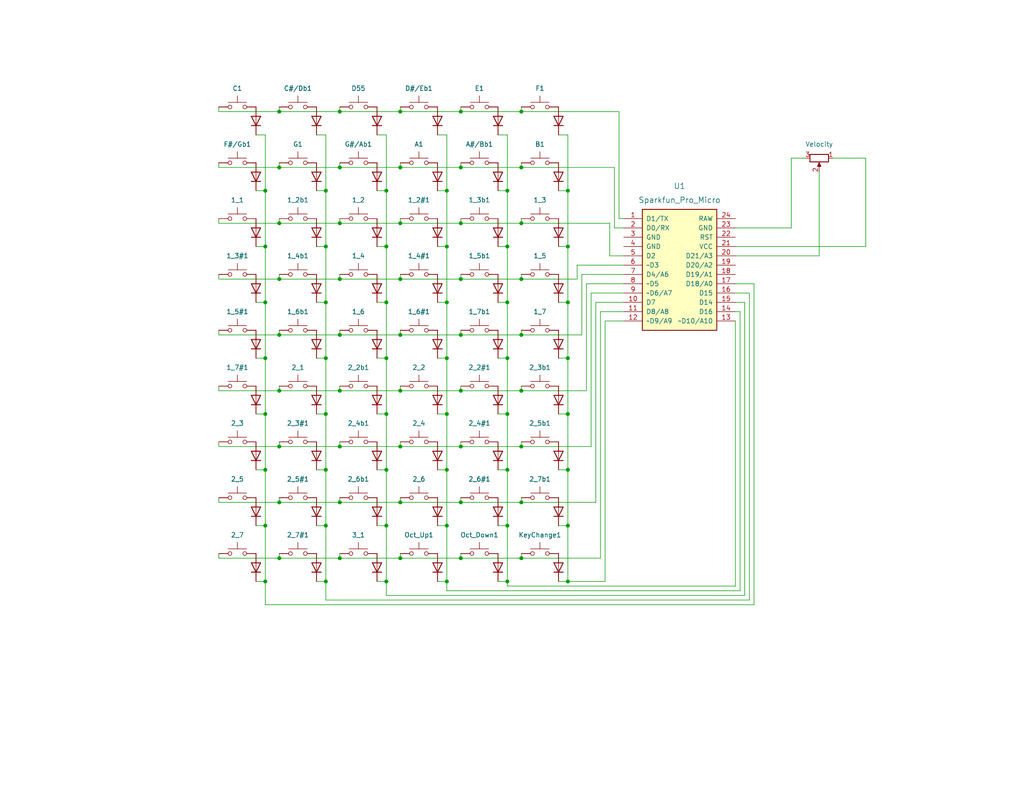
<source format=kicad_sch>
(kicad_sch (version 20211123) (generator eeschema)
  (paper "USLetter")
  (title_block (title "MIDI_Keyboard"))
  (lib_symbols
    (symbol "Arduino:Sparkfun_Pro_Micro" (pin_names (offset 1.016))
      (property "Reference" "U" (at -8.89 21.59 0))
      (property "Value" "Sparkfun_Pro_Micro" (at 0 19.05 0))
      (symbol "Sparkfun_Pro_Micro_0_1"
        (rectangle (start -10.16 17.78) (end 10.16 -15.24) (stroke (width 0.254)) (fill (type background)))
      )
      (symbol "Sparkfun_Pro_Micro_1_1"
        (pin bidirectional line (at -15.24 15.24 0) (length 5.08) (name "D1/TX") (number "1"))
        (pin bidirectional line (at -15.24 -7.62 0) (length 5.08) (name "D7") (number "10"))
        (pin bidirectional line (at -15.24 -10.16 0) (length 5.08) (name "D8/A8") (number "11"))
        (pin bidirectional line (at -15.24 -12.7 0) (length 5.08) (name "~D9/A9") (number "12"))
        (pin bidirectional line (at 15.24 -12.7 180) (length 5.08) (name "~D10/A10") (number "13"))
        (pin bidirectional line (at 15.24 -10.16 180) (length 5.08) (name "D16") (number "14"))
        (pin bidirectional line (at 15.24 -7.62 180) (length 5.08) (name "D14") (number "15"))
        (pin bidirectional line (at 15.24 -5.08 180) (length 5.08) (name "D15") (number "16"))
        (pin bidirectional line (at 15.24 -2.54 180) (length 5.08) (name "D18/A0") (number "17"))
        (pin bidirectional line (at 15.24 0 180) (length 5.08) (name "D19/A1") (number "18"))
        (pin bidirectional line (at 15.24 2.54 180) (length 5.08) (name "D20/A2") (number "19"))
        (pin bidirectional line (at -15.24 12.7 0) (length 5.08) (name "D0/RX") (number "2"))
        (pin bidirectional line (at 15.24 5.08 180) (length 5.08) (name "D21/A3") (number "20"))
        (pin power_in line (at 15.24 7.62 180) (length 5.08) (name "VCC") (number "21"))
        (pin input line (at 15.24 10.16 180) (length 5.08) (name "RST") (number "22"))
        (pin power_in line (at 15.24 12.7 180) (length 5.08) (name "GND") (number "23"))
        (pin power_in line (at 15.24 15.24 180) (length 5.08) (name "RAW") (number "24"))
        (pin power_in line (at -15.24 10.16 0) (length 5.08) (name "GND") (number "3"))
        (pin power_in line (at -15.24 7.62 0) (length 5.08) (name "GND") (number "4"))
        (pin bidirectional line (at -15.24 5.08 0) (length 5.08) (name "D2") (number "5"))
        (pin bidirectional line (at -15.24 2.54 0) (length 5.08) (name "~D3") (number "6"))
        (pin bidirectional line (at -15.24 0 0) (length 5.08) (name "D4/A6") (number "7"))
        (pin bidirectional line (at -15.24 -2.54 0) (length 5.08) (name "~D5") (number "8"))
        (pin bidirectional line (at -15.24 -5.08 0) (length 5.08) (name "~D6/A7") (number "9"))
      )
    )
    (symbol "Device:R_Potentiometer" (pin_names (offset 1.016) hide)
      (property "Reference" "RV" (at -4.445 0 90))
      (property "Value" "R_Potentiometer" (at -2.54 0 90))
      (symbol "R_Potentiometer_0_1"
        (polyline (pts (xy 2.54 0) (xy 1.524 0)))
        (polyline (pts (xy 1.143 0) (xy 2.286 0.508) (xy 2.286 -0.508) (xy 1.143 0)) (fill (type outline)))
        (rectangle (start 1.016 2.54) (end -1.016 -2.54) (stroke (width 0.254)))
      )
      (symbol "R_Potentiometer_1_1"
        (pin passive line (at 0 3.81 270) (length 1.27) (name "1") (number "1"))
        (pin passive line (at 3.81 0 180) (length 1.27) (name "2") (number "2"))
        (pin passive line (at 0 -3.81 90) (length 1.27) (name "3") (number "3"))
      )
    )
    (symbol "Diode:1N4148" (pin_numbers hide) (pin_names hide)
      (property "Reference" "D" (at 0 2.54 0))
      (property "Value" "1N4148" (at 0 -2.54 0))
      (symbol "1N4148_0_1"
        (polyline (pts (xy -1.27 1.27) (xy -1.27 -1.27)) (stroke (width 0.254)))
        (polyline (pts (xy 1.27 0) (xy -1.27 0)))
        (polyline (pts (xy 1.27 1.27) (xy 1.27 -1.27) (xy -1.27 0) (xy 1.27 1.27)) (stroke (width 0.254)))
      )
      (symbol "1N4148_1_1"
        (pin passive line (at -3.81 0 0) (length 2.54) (name "K") (number "1"))
        (pin passive line (at 3.81 0 180) (length 2.54) (name "A") (number "2"))
      )
    )
    (symbol "Switch:SW_Push" (pin_numbers hide) (pin_names (offset 1.016) hide)
      (property "Reference" "SW" (at 1.27 2.54 0))
      (property "Value" "SW_Push" (at 0 -1.524 0))
      (symbol "SW_Push_0_1"
        (circle (center -2.032 0) (radius 0.508))
        (polyline (pts (xy 0 1.27) (xy 0 3.048)))
        (polyline (pts (xy 2.54 1.27) (xy -2.54 1.27)))
        (circle (center 2.032 0) (radius 0.508))
        (pin passive line (at -5.08 0 0) (length 2.54) (name "1") (number "1"))
        (pin passive line (at 5.08 0 180) (length 2.54) (name "2") (number "2"))
      )
    )
  )
  (junction (at 154.94 143.51))
  (junction (at 88.9 128.27))
  (junction (at 138.43 82.55))
  (junction (at 92.71 137.16))
  (junction (at 105.41 113.03))
  (junction (at 105.41 128.27))
  (junction (at 92.71 60.96))
  (junction (at 138.43 97.79))
  (junction (at 72.39 82.55))
  (junction (at 142.24 30.48))
  (junction (at 92.71 45.72))
  (junction (at 76.2 106.68))
  (junction (at 121.92 52.07))
  (junction (at 109.22 137.16))
  (junction (at 154.94 82.55))
  (junction (at 88.9 52.07))
  (junction (at 125.73 30.48))
  (junction (at 105.41 158.75))
  (junction (at 72.39 158.75))
  (junction (at 88.9 97.79))
  (junction (at 76.2 152.4))
  (junction (at 142.24 121.92))
  (junction (at 88.9 158.75))
  (junction (at 92.71 30.48))
  (junction (at 92.71 121.92))
  (junction (at 138.43 143.51))
  (junction (at 154.94 128.27))
  (junction (at 142.24 91.44))
  (junction (at 154.94 52.07))
  (junction (at 142.24 137.16))
  (junction (at 138.43 158.75))
  (junction (at 105.41 52.07))
  (junction (at 72.39 113.03))
  (junction (at 125.73 106.68))
  (junction (at 76.2 121.92))
  (junction (at 109.22 152.4))
  (junction (at 92.71 76.2))
  (junction (at 72.39 143.51))
  (junction (at 125.73 152.4))
  (junction (at 109.22 121.92))
  (junction (at 105.41 67.31))
  (junction (at 72.39 97.79))
  (junction (at 138.43 52.07))
  (junction (at 154.94 158.75))
  (junction (at 72.39 128.27))
  (junction (at 76.2 45.72))
  (junction (at 88.9 82.55))
  (junction (at 76.2 137.16))
  (junction (at 138.43 128.27))
  (junction (at 76.2 30.48))
  (junction (at 154.94 97.79))
  (junction (at 125.73 91.44))
  (junction (at 76.2 60.96))
  (junction (at 121.92 128.27))
  (junction (at 142.24 76.2))
  (junction (at 142.24 45.72))
  (junction (at 138.43 113.03))
  (junction (at 88.9 67.31))
  (junction (at 121.92 113.03))
  (junction (at 121.92 158.75))
  (junction (at 121.92 143.51))
  (junction (at 88.9 143.51))
  (junction (at 105.41 82.55))
  (junction (at 138.43 67.31))
  (junction (at 76.2 76.2))
  (junction (at 121.92 97.79))
  (junction (at 125.73 45.72))
  (junction (at 109.22 45.72))
  (junction (at 72.39 67.31))
  (junction (at 125.73 76.2))
  (junction (at 109.22 91.44))
  (junction (at 125.73 60.96))
  (junction (at 125.73 137.16))
  (junction (at 92.71 152.4))
  (junction (at 154.94 113.03))
  (junction (at 76.2 91.44))
  (junction (at 109.22 30.48))
  (junction (at 125.73 121.92))
  (junction (at 121.92 82.55))
  (junction (at 109.22 76.2))
  (junction (at 142.24 106.68))
  (junction (at 142.24 152.4))
  (junction (at 109.22 60.96))
  (junction (at 142.24 60.96))
  (junction (at 72.39 52.07))
  (junction (at 105.41 143.51))
  (junction (at 154.94 67.31))
  (junction (at 88.9 113.03))
  (junction (at 109.22 106.68))
  (junction (at 92.71 106.68))
  (junction (at 92.71 91.44))
  (junction (at 121.92 67.31))
  (junction (at 105.41 97.79))
  (wire (pts (xy 138.43 67.31) (xy 138.43 52.07)))
  (wire (pts (xy 121.92 128.27) (xy 121.92 113.03)))
  (wire (pts (xy 69.85 143.51) (xy 72.39 143.51)))
  (wire (pts (xy 76.2 60.96) (xy 76.2 59.69)))
  (wire (pts (xy 157.48 72.39) (xy 157.48 76.2)))
  (wire (pts (xy 88.9 163.83) (xy 88.9 158.75)))
  (wire (pts (xy 105.41 162.56) (xy 105.41 158.75)))
  (wire (pts (xy 88.9 67.31) (xy 88.9 52.07)))
  (wire (pts (xy 76.2 106.68) (xy 76.2 105.41)))
  (wire (pts (xy 88.9 158.75) (xy 88.9 143.51)))
  (wire (pts (xy 154.94 97.79) (xy 154.94 82.55)))
  (wire (pts (xy 59.69 60.96) (xy 76.2 60.96)))
  (wire (pts (xy 163.83 85.09) (xy 163.83 152.4)))
  (wire (pts (xy 109.22 152.4) (xy 125.73 152.4)))
  (wire (pts (xy 125.73 60.96) (xy 109.22 60.96)))
  (wire (pts (xy 86.36 158.75) (xy 88.9 158.75)))
  (wire (pts (xy 121.92 67.31) (xy 121.92 52.07)))
  (wire (pts (xy 88.9 36.83) (xy 88.9 52.07)))
  (wire (pts (xy 105.41 82.55) (xy 105.41 67.31)))
  (wire (pts (xy 121.92 36.83) (xy 119.38 36.83)))
  (wire (pts (xy 109.22 59.69) (xy 109.22 60.96)))
  (wire (pts (xy 201.93 85.09) (xy 201.93 161.29)))
  (wire (pts (xy 142.24 91.44) (xy 158.75 91.44)))
  (wire (pts (xy 119.38 128.27) (xy 121.92 128.27)))
  (wire (pts (xy 102.87 143.51) (xy 105.41 143.51)))
  (wire (pts (xy 72.39 52.07) (xy 72.39 67.31)))
  (wire (pts (xy 125.73 106.68) (xy 142.24 106.68)))
  (wire (pts (xy 125.73 137.16) (xy 109.22 137.16)))
  (wire (pts (xy 154.94 67.31) (xy 154.94 52.07)))
  (wire (pts (xy 138.43 113.03) (xy 138.43 97.79)))
  (wire (pts (xy 152.4 143.51) (xy 154.94 143.51)))
  (wire (pts (xy 154.94 52.07) (xy 154.94 36.83)))
  (wire (pts (xy 105.41 36.83) (xy 105.41 52.07)))
  (wire (pts (xy 92.71 59.69) (xy 92.71 60.96)))
  (wire (pts (xy 86.36 36.83) (xy 88.9 36.83)))
  (wire (pts (xy 76.2 91.44) (xy 76.2 90.17)))
  (wire (pts (xy 69.85 82.55) (xy 72.39 82.55)))
  (wire (pts (xy 102.87 113.03) (xy 105.41 113.03)))
  (wire (pts (xy 92.71 91.44) (xy 76.2 91.44)))
  (wire (pts (xy 223.52 46.99) (xy 223.52 69.85)))
  (wire (pts (xy 158.75 74.93) (xy 158.75 91.44)))
  (wire (pts (xy 105.41 143.51) (xy 105.41 128.27)))
  (wire (pts (xy 135.89 97.79) (xy 138.43 97.79)))
  (wire (pts (xy 59.69 29.21) (xy 59.69 30.48)))
  (wire (pts (xy 125.73 59.69) (xy 125.73 60.96)))
  (wire (pts (xy 215.9 62.23) (xy 200.66 62.23)))
  (wire (pts (xy 121.92 113.03) (xy 121.92 97.79)))
  (wire (pts (xy 102.87 36.83) (xy 105.41 36.83)))
  (wire (pts (xy 109.22 135.89) (xy 109.22 137.16)))
  (wire (pts (xy 92.71 29.21) (xy 92.71 30.48)))
  (wire (pts (xy 59.69 105.41) (xy 59.69 106.68)))
  (wire (pts (xy 138.43 143.51) (xy 138.43 128.27)))
  (wire (pts (xy 152.4 36.83) (xy 154.94 36.83)))
  (wire (pts (xy 86.36 143.51) (xy 88.9 143.51)))
  (wire (pts (xy 76.2 137.16) (xy 76.2 135.89)))
  (wire (pts (xy 72.39 36.83) (xy 72.39 52.07)))
  (wire (pts (xy 161.29 80.01) (xy 161.29 121.92)))
  (wire (pts (xy 92.71 45.72) (xy 76.2 45.72)))
  (wire (pts (xy 88.9 113.03) (xy 88.9 97.79)))
  (wire (pts (xy 170.18 72.39) (xy 157.48 72.39)))
  (wire (pts (xy 165.1 158.75) (xy 154.94 158.75)))
  (wire (pts (xy 76.2 121.92) (xy 76.2 120.65)))
  (wire (pts (xy 200.66 67.31) (xy 236.22 67.31)))
  (wire (pts (xy 215.9 43.18) (xy 215.9 62.23)))
  (wire (pts (xy 92.71 135.89) (xy 92.71 137.16)))
  (wire (pts (xy 168.91 59.69) (xy 168.91 30.48)))
  (wire (pts (xy 59.69 135.89) (xy 59.69 137.16)))
  (wire (pts (xy 59.69 45.72) (xy 76.2 45.72)))
  (wire (pts (xy 69.85 36.83) (xy 72.39 36.83)))
  (wire (pts (xy 88.9 82.55) (xy 88.9 67.31)))
  (wire (pts (xy 72.39 67.31) (xy 72.39 82.55)))
  (wire (pts (xy 86.36 113.03) (xy 88.9 113.03)))
  (wire (pts (xy 109.22 120.65) (xy 109.22 121.92)))
  (wire (pts (xy 86.36 128.27) (xy 88.9 128.27)))
  (wire (pts (xy 92.71 121.92) (xy 76.2 121.92)))
  (wire (pts (xy 125.73 76.2) (xy 109.22 76.2)))
  (wire (pts (xy 168.91 30.48) (xy 142.24 30.48)))
  (wire (pts (xy 86.36 67.31) (xy 88.9 67.31)))
  (wire (pts (xy 109.22 105.41) (xy 109.22 106.68)))
  (wire (pts (xy 125.73 121.92) (xy 109.22 121.92)))
  (wire (pts (xy 204.47 80.01) (xy 204.47 163.83)))
  (wire (pts (xy 125.73 137.16) (xy 142.24 137.16)))
  (wire (pts (xy 59.69 76.2) (xy 76.2 76.2)))
  (wire (pts (xy 166.37 69.85) (xy 166.37 60.96)))
  (wire (pts (xy 92.71 74.93) (xy 92.71 76.2)))
  (wire (pts (xy 105.41 158.75) (xy 105.41 143.51)))
  (wire (pts (xy 86.36 97.79) (xy 88.9 97.79)))
  (wire (pts (xy 203.2 82.55) (xy 203.2 162.56)))
  (wire (pts (xy 88.9 128.27) (xy 88.9 113.03)))
  (wire (pts (xy 152.4 67.31) (xy 154.94 67.31)))
  (wire (pts (xy 142.24 151.13) (xy 142.24 152.4)))
  (wire (pts (xy 88.9 97.79) (xy 88.9 82.55)))
  (wire (pts (xy 142.24 45.72) (xy 167.64 45.72)))
  (wire (pts (xy 135.89 128.27) (xy 138.43 128.27)))
  (wire (pts (xy 201.93 161.29) (xy 121.92 161.29)))
  (wire (pts (xy 102.87 67.31) (xy 105.41 67.31)))
  (wire (pts (xy 109.22 106.68) (xy 92.71 106.68)))
  (wire (pts (xy 142.24 76.2) (xy 157.48 76.2)))
  (wire (pts (xy 219.71 43.18) (xy 215.9 43.18)))
  (wire (pts (xy 165.1 87.63) (xy 165.1 158.75)))
  (wire (pts (xy 109.22 137.16) (xy 92.71 137.16)))
  (wire (pts (xy 92.71 106.68) (xy 76.2 106.68)))
  (wire (pts (xy 72.39 158.75) (xy 72.39 165.1)))
  (wire (pts (xy 200.66 80.01) (xy 204.47 80.01)))
  (wire (pts (xy 125.73 91.44) (xy 142.24 91.44)))
  (wire (pts (xy 154.94 158.75) (xy 154.94 143.51)))
  (wire (pts (xy 92.71 90.17) (xy 92.71 91.44)))
  (wire (pts (xy 223.52 69.85) (xy 200.66 69.85)))
  (wire (pts (xy 160.02 77.47) (xy 160.02 106.68)))
  (wire (pts (xy 119.38 158.75) (xy 121.92 158.75)))
  (wire (pts (xy 69.85 97.79) (xy 72.39 97.79)))
  (wire (pts (xy 125.73 74.93) (xy 125.73 76.2)))
  (wire (pts (xy 154.94 128.27) (xy 154.94 113.03)))
  (wire (pts (xy 59.69 120.65) (xy 59.69 121.92)))
  (wire (pts (xy 109.22 151.13) (xy 109.22 152.4)))
  (wire (pts (xy 142.24 105.41) (xy 142.24 106.68)))
  (wire (pts (xy 121.92 143.51) (xy 121.92 128.27)))
  (wire (pts (xy 59.69 121.92) (xy 76.2 121.92)))
  (wire (pts (xy 142.24 120.65) (xy 142.24 121.92)))
  (wire (pts (xy 76.2 76.2) (xy 76.2 74.93)))
  (wire (pts (xy 105.41 97.79) (xy 105.41 82.55)))
  (wire (pts (xy 119.38 52.07) (xy 121.92 52.07)))
  (wire (pts (xy 125.73 45.72) (xy 142.24 45.72)))
  (wire (pts (xy 170.18 82.55) (xy 162.56 82.55)))
  (wire (pts (xy 125.73 106.68) (xy 109.22 106.68)))
  (wire (pts (xy 69.85 67.31) (xy 72.39 67.31)))
  (wire (pts (xy 142.24 74.93) (xy 142.24 76.2)))
  (wire (pts (xy 200.66 85.09) (xy 201.93 85.09)))
  (wire (pts (xy 152.4 113.03) (xy 154.94 113.03)))
  (wire (pts (xy 205.74 165.1) (xy 72.39 165.1)))
  (wire (pts (xy 125.73 152.4) (xy 142.24 152.4)))
  (wire (pts (xy 142.24 121.92) (xy 161.29 121.92)))
  (wire (pts (xy 109.22 121.92) (xy 92.71 121.92)))
  (wire (pts (xy 59.69 91.44) (xy 76.2 91.44)))
  (wire (pts (xy 170.18 62.23) (xy 167.64 62.23)))
  (wire (pts (xy 109.22 45.72) (xy 92.71 45.72)))
  (wire (pts (xy 135.89 52.07) (xy 138.43 52.07)))
  (wire (pts (xy 200.66 77.47) (xy 205.74 77.47)))
  (wire (pts (xy 69.85 113.03) (xy 72.39 113.03)))
  (wire (pts (xy 105.41 67.31) (xy 105.41 52.07)))
  (wire (pts (xy 109.22 152.4) (xy 92.71 152.4)))
  (wire (pts (xy 135.89 158.75) (xy 138.43 158.75)))
  (wire (pts (xy 59.69 106.68) (xy 76.2 106.68)))
  (wire (pts (xy 152.4 97.79) (xy 154.94 97.79)))
  (wire (pts (xy 92.71 30.48) (xy 76.2 30.48)))
  (wire (pts (xy 102.87 97.79) (xy 105.41 97.79)))
  (wire (pts (xy 152.4 82.55) (xy 154.94 82.55)))
  (wire (pts (xy 154.94 82.55) (xy 154.94 67.31)))
  (wire (pts (xy 236.22 67.31) (xy 236.22 43.18)))
  (wire (pts (xy 109.22 90.17) (xy 109.22 91.44)))
  (wire (pts (xy 59.69 59.69) (xy 59.69 60.96)))
  (wire (pts (xy 200.66 82.55) (xy 203.2 82.55)))
  (wire (pts (xy 92.71 137.16) (xy 76.2 137.16)))
  (wire (pts (xy 152.4 128.27) (xy 154.94 128.27)))
  (wire (pts (xy 105.41 113.03) (xy 105.41 97.79)))
  (wire (pts (xy 69.85 52.07) (xy 72.39 52.07)))
  (wire (pts (xy 170.18 77.47) (xy 160.02 77.47)))
  (wire (pts (xy 86.36 82.55) (xy 88.9 82.55)))
  (wire (pts (xy 152.4 52.07) (xy 154.94 52.07)))
  (wire (pts (xy 102.87 82.55) (xy 105.41 82.55)))
  (wire (pts (xy 59.69 151.13) (xy 59.69 152.4)))
  (wire (pts (xy 59.69 44.45) (xy 59.69 45.72)))
  (wire (pts (xy 102.87 52.07) (xy 105.41 52.07)))
  (wire (pts (xy 135.89 67.31) (xy 138.43 67.31)))
  (wire (pts (xy 92.71 60.96) (xy 76.2 60.96)))
  (wire (pts (xy 109.22 76.2) (xy 92.71 76.2)))
  (wire (pts (xy 121.92 158.75) (xy 121.92 143.51)))
  (wire (pts (xy 125.73 29.21) (xy 125.73 30.48)))
  (wire (pts (xy 125.73 90.17) (xy 125.73 91.44)))
  (wire (pts (xy 125.73 121.92) (xy 142.24 121.92)))
  (wire (pts (xy 92.71 105.41) (xy 92.71 106.68)))
  (wire (pts (xy 138.43 128.27) (xy 138.43 113.03)))
  (wire (pts (xy 135.89 113.03) (xy 138.43 113.03)))
  (wire (pts (xy 125.73 30.48) (xy 109.22 30.48)))
  (wire (pts (xy 119.38 67.31) (xy 121.92 67.31)))
  (wire (pts (xy 154.94 113.03) (xy 154.94 97.79)))
  (wire (pts (xy 109.22 91.44) (xy 125.73 91.44)))
  (wire (pts (xy 142.24 59.69) (xy 142.24 60.96)))
  (wire (pts (xy 109.22 44.45) (xy 109.22 45.72)))
  (wire (pts (xy 200.66 160.02) (xy 138.43 160.02)))
  (wire (pts (xy 121.92 52.07) (xy 121.92 36.83)))
  (wire (pts (xy 121.92 161.29) (xy 121.92 158.75)))
  (wire (pts (xy 125.73 44.45) (xy 125.73 45.72)))
  (wire (pts (xy 227.33 43.18) (xy 236.22 43.18)))
  (wire (pts (xy 72.39 97.79) (xy 72.39 82.55)))
  (wire (pts (xy 142.24 29.21) (xy 142.24 30.48)))
  (wire (pts (xy 162.56 137.16) (xy 142.24 137.16)))
  (wire (pts (xy 152.4 158.75) (xy 154.94 158.75)))
  (wire (pts (xy 125.73 135.89) (xy 125.73 137.16)))
  (wire (pts (xy 109.22 60.96) (xy 92.71 60.96)))
  (wire (pts (xy 88.9 52.07) (xy 86.36 52.07)))
  (wire (pts (xy 125.73 60.96) (xy 142.24 60.96)))
  (wire (pts (xy 125.73 151.13) (xy 125.73 152.4)))
  (wire (pts (xy 59.69 137.16) (xy 76.2 137.16)))
  (wire (pts (xy 76.2 45.72) (xy 76.2 44.45)))
  (wire (pts (xy 121.92 97.79) (xy 121.92 82.55)))
  (wire (pts (xy 88.9 143.51) (xy 88.9 128.27)))
  (wire (pts (xy 167.64 62.23) (xy 167.64 45.72)))
  (wire (pts (xy 125.73 76.2) (xy 142.24 76.2)))
  (wire (pts (xy 92.71 152.4) (xy 76.2 152.4)))
  (wire (pts (xy 170.18 85.09) (xy 163.83 85.09)))
  (wire (pts (xy 76.2 30.48) (xy 76.2 29.21)))
  (wire (pts (xy 142.24 44.45) (xy 142.24 45.72)))
  (wire (pts (xy 69.85 128.27) (xy 72.39 128.27)))
  (wire (pts (xy 170.18 87.63) (xy 165.1 87.63)))
  (wire (pts (xy 162.56 82.55) (xy 162.56 137.16)))
  (wire (pts (xy 109.22 30.48) (xy 92.71 30.48)))
  (wire (pts (xy 109.22 29.21) (xy 109.22 30.48)))
  (wire (pts (xy 72.39 143.51) (xy 72.39 128.27)))
  (wire (pts (xy 135.89 143.51) (xy 138.43 143.51)))
  (wire (pts (xy 125.73 45.72) (xy 109.22 45.72)))
  (wire (pts (xy 92.71 151.13) (xy 92.71 152.4)))
  (wire (pts (xy 170.18 69.85) (xy 166.37 69.85)))
  (wire (pts (xy 138.43 97.79) (xy 138.43 82.55)))
  (wire (pts (xy 154.94 143.51) (xy 154.94 128.27)))
  (wire (pts (xy 69.85 158.75) (xy 72.39 158.75)))
  (wire (pts (xy 59.69 152.4) (xy 76.2 152.4)))
  (wire (pts (xy 142.24 60.96) (xy 166.37 60.96)))
  (wire (pts (xy 200.66 87.63) (xy 200.66 160.02)))
  (wire (pts (xy 142.24 106.68) (xy 160.02 106.68)))
  (wire (pts (xy 109.22 74.93) (xy 109.22 76.2)))
  (wire (pts (xy 138.43 158.75) (xy 138.43 143.51)))
  (wire (pts (xy 142.24 152.4) (xy 163.83 152.4)))
  (wire (pts (xy 102.87 158.75) (xy 105.41 158.75)))
  (wire (pts (xy 142.24 90.17) (xy 142.24 91.44)))
  (wire (pts (xy 72.39 113.03) (xy 72.39 97.79)))
  (wire (pts (xy 138.43 82.55) (xy 138.43 67.31)))
  (wire (pts (xy 119.38 97.79) (xy 121.92 97.79)))
  (wire (pts (xy 102.87 128.27) (xy 105.41 128.27)))
  (wire (pts (xy 92.71 120.65) (xy 92.71 121.92)))
  (wire (pts (xy 92.71 91.44) (xy 109.22 91.44)))
  (wire (pts (xy 204.47 163.83) (xy 88.9 163.83)))
  (wire (pts (xy 119.38 143.51) (xy 121.92 143.51)))
  (wire (pts (xy 135.89 82.55) (xy 138.43 82.55)))
  (wire (pts (xy 203.2 162.56) (xy 105.41 162.56)))
  (wire (pts (xy 105.41 128.27) (xy 105.41 113.03)))
  (wire (pts (xy 205.74 77.47) (xy 205.74 165.1)))
  (wire (pts (xy 76.2 152.4) (xy 76.2 151.13)))
  (wire (pts (xy 72.39 128.27) (xy 72.39 113.03)))
  (wire (pts (xy 170.18 80.01) (xy 161.29 80.01)))
  (wire (pts (xy 125.73 30.48) (xy 142.24 30.48)))
  (wire (pts (xy 59.69 90.17) (xy 59.69 91.44)))
  (wire (pts (xy 170.18 59.69) (xy 168.91 59.69)))
  (wire (pts (xy 72.39 158.75) (xy 72.39 143.51)))
  (wire (pts (xy 138.43 52.07) (xy 138.43 36.83)))
  (wire (pts (xy 121.92 82.55) (xy 121.92 67.31)))
  (wire (pts (xy 170.18 74.93) (xy 158.75 74.93)))
  (wire (pts (xy 59.69 74.93) (xy 59.69 76.2)))
  (wire (pts (xy 119.38 82.55) (xy 121.92 82.55)))
  (wire (pts (xy 92.71 76.2) (xy 76.2 76.2)))
  (wire (pts (xy 125.73 105.41) (xy 125.73 106.68)))
  (wire (pts (xy 142.24 135.89) (xy 142.24 137.16)))
  (wire (pts (xy 138.43 36.83) (xy 135.89 36.83)))
  (wire (pts (xy 119.38 113.03) (xy 121.92 113.03)))
  (wire (pts (xy 125.73 120.65) (xy 125.73 121.92)))
  (wire (pts (xy 59.69 30.48) (xy 76.2 30.48)))
  (wire (pts (xy 92.71 44.45) (xy 92.71 45.72)))
  (wire (pts (xy 138.43 160.02) (xy 138.43 158.75)))
  (symbol (lib_id "Arduino:Sparkfun_Pro_Micro") (at 185.42 74.93 0) (unit 1)
    (property "Reference" "U1" (at 185.42 50.8 0) (effects (font (size 1.524 1.524))))
    (property "Value" "Sparkfun_Pro_Micro" (at 185.42 54.61 0) (effects (font (size 1.524 1.524))))
    (property "Footprint" "Arduino:Sparkfun_Pro_Micro" (effects hide))
  )
  (symbol (lib_id "Diode:1N4148") (at 86.36 109.22 90) (unit 1)
    (property "Reference" "D15" (effects hide))
    (property "Value" "1N4148" (effects hide))
    (property "Footprint" "Diode_THT:D_DO-35_SOD27_P7.62mm_Horizontal" (effects hide))
    (property "Datasheet" "https://assets.nexperia.com/documents/data-sheet/1N4148_1N4448.pdf" (effects hide))
  )
  (symbol (lib_id "Switch:SW_Push") (at 147.32 105.41 0) (unit 1)
    (property "Reference" "2_3b1" (at 147.32 100.33 0))
    (property "Value" "SW_Push" (effects hide))
    (property "Footprint" "Button_Switch_Keyboard:SW_Cherry_MX_1.00u_Plate" (effects hide))
  )
  (symbol (lib_id "Switch:SW_Push") (at 81.28 29.21 0) (unit 1)
    (property "Reference" "C#/Db1" (at 81.28 24.13 0))
    (property "Value" "SW_Push" (effects hide))
    (property "Footprint" "Button_Switch_Keyboard:SW_Cherry_MX_1.00u_Plate" (effects hide))
  )
  (symbol (lib_id "Diode:1N4148") (at 152.4 109.22 90) (unit 1)
    (property "Reference" "D51" (effects hide))
    (property "Value" "1N4148" (effects hide))
    (property "Footprint" "Diode_THT:D_DO-35_SOD27_P7.62mm_Horizontal" (effects hide))
    (property "Datasheet" "https://assets.nexperia.com/documents/data-sheet/1N4148_1N4448.pdf" (effects hide))
  )
  (symbol (lib_id "Switch:SW_Push") (at 147.32 90.17 0) (unit 1)
    (property "Reference" "1_7" (at 147.32 85.09 0))
    (property "Value" "SW_Push" (effects hide))
    (property "Footprint" "Button_Switch_Keyboard:SW_Cherry_MX_1.00u_Plate" (effects hide))
  )
  (symbol (lib_id "Diode:1N4148") (at 135.89 48.26 90) (unit 1)
    (property "Reference" "D38" (effects hide))
    (property "Value" "1N4148" (effects hide))
    (property "Footprint" "Diode_THT:D_DO-35_SOD27_P7.62mm_Horizontal" (effects hide))
    (property "Datasheet" "https://assets.nexperia.com/documents/data-sheet/1N4148_1N4448.pdf" (effects hide))
  )
  (symbol (lib_id "Switch:SW_Push") (at 147.32 151.13 0) (unit 1)
    (property "Reference" "KeyChange1" (at 147.32 146.05 0))
    (property "Value" "SW_Push" (effects hide))
    (property "Footprint" "Button_Switch_Keyboard:SW_Cherry_MX_1.00u_Plate" (effects hide))
  )
  (symbol (lib_id "Diode:1N4148") (at 152.4 139.7 90) (unit 1)
    (property "Reference" "D53" (effects hide))
    (property "Value" "1N4148" (effects hide))
    (property "Footprint" "Diode_THT:D_DO-35_SOD27_P7.62mm_Horizontal" (effects hide))
    (property "Datasheet" "https://assets.nexperia.com/documents/data-sheet/1N4148_1N4448.pdf" (effects hide))
  )
  (symbol (lib_id "Switch:SW_Push") (at 81.28 105.41 0) (unit 1)
    (property "Reference" "2_1" (at 81.28 100.33 0))
    (property "Value" "SW_Push" (effects hide))
    (property "Footprint" "Button_Switch_Keyboard:SW_Cherry_MX_1.00u_Plate" (effects hide))
  )
  (symbol (lib_id "Switch:SW_Push") (at 64.77 120.65 0) (unit 1)
    (property "Reference" "2_3" (at 64.77 115.57 0))
    (property "Value" "SW_Push" (effects hide))
    (property "Footprint" "Button_Switch_Keyboard:SW_Cherry_MX_1.00u_Plate" (effects hide))
  )
  (symbol (lib_id "Diode:1N4148") (at 135.89 124.46 90) (unit 1)
    (property "Reference" "D43" (effects hide))
    (property "Value" "1N4148" (effects hide))
    (property "Footprint" "Diode_THT:D_DO-35_SOD27_P7.62mm_Horizontal" (effects hide))
    (property "Datasheet" "https://assets.nexperia.com/documents/data-sheet/1N4148_1N4448.pdf" (effects hide))
  )
  (symbol (lib_id "Switch:SW_Push") (at 97.79 74.93 0) (unit 1)
    (property "Reference" "1_4" (at 97.79 69.85 0))
    (property "Value" "SW_Push" (effects hide))
    (property "Footprint" "Button_Switch_Keyboard:SW_Cherry_MX_1.00u_Plate" (effects hide))
  )
  (symbol (lib_id "Switch:SW_Push") (at 97.79 135.89 0) (unit 1)
    (property "Reference" "2_6b1" (at 97.79 130.81 0))
    (property "Value" "SW_Push" (effects hide))
    (property "Footprint" "Button_Switch_Keyboard:SW_Cherry_MX_1.00u_Plate" (effects hide))
  )
  (symbol (lib_id "Switch:SW_Push") (at 64.77 135.89 0) (unit 1)
    (property "Reference" "2_5" (at 64.77 130.81 0))
    (property "Value" "SW_Push" (effects hide))
    (property "Footprint" "Button_Switch_Keyboard:SW_Cherry_MX_1.00u_Plate" (effects hide))
  )
  (symbol (lib_id "Diode:1N4148") (at 102.87 93.98 90) (unit 1)
    (property "Reference" "D23" (effects hide))
    (property "Value" "1N4148" (effects hide))
    (property "Footprint" "Diode_THT:D_DO-35_SOD27_P7.62mm_Horizontal" (effects hide))
    (property "Datasheet" "https://assets.nexperia.com/documents/data-sheet/1N4148_1N4448.pdf" (effects hide))
  )
  (symbol (lib_id "Switch:SW_Push") (at 147.32 59.69 0) (unit 1)
    (property "Reference" "1_3" (at 147.32 54.61 0))
    (property "Value" "SW_Push" (effects hide))
    (property "Footprint" "Button_Switch_Keyboard:SW_Cherry_MX_1.00u_Plate" (effects hide))
  )
  (symbol (lib_id "Switch:SW_Push") (at 64.77 151.13 0) (unit 1)
    (property "Reference" "2_7" (at 64.77 146.05 0))
    (property "Value" "SW_Push" (effects hide))
    (property "Footprint" "Button_Switch_Keyboard:SW_Cherry_MX_1.00u_Plate" (effects hide))
  )
  (symbol (lib_id "Switch:SW_Push") (at 64.77 29.21 0) (unit 1)
    (property "Reference" "C1" (at 64.77 24.13 0))
    (property "Value" "SW_Push" (effects hide))
    (property "Footprint" "Button_Switch_Keyboard:SW_Cherry_MX_1.00u_Plate" (effects hide))
  )
  (symbol (lib_id "Diode:1N4148") (at 152.4 124.46 90) (unit 1)
    (property "Reference" "D52" (effects hide))
    (property "Value" "1N4148" (effects hide))
    (property "Footprint" "Diode_THT:D_DO-35_SOD27_P7.62mm_Horizontal" (effects hide))
    (property "Datasheet" "https://assets.nexperia.com/documents/data-sheet/1N4148_1N4448.pdf" (effects hide))
  )
  (symbol (lib_id "Diode:1N4148") (at 69.85 63.5 90) (unit 1)
    (property "Reference" "D3" (effects hide))
    (property "Value" "1N4148" (effects hide))
    (property "Footprint" "Diode_THT:D_DO-35_SOD27_P7.62mm_Horizontal" (effects hide))
    (property "Datasheet" "https://assets.nexperia.com/documents/data-sheet/1N4148_1N4448.pdf" (effects hide))
  )
  (symbol (lib_id "Device:R_Potentiometer") (at 223.52 43.18 270) (unit 1) (on_board no)
    (property "Reference" "RV1" (effects hide))
    (property "Value" "Velocity" (at 223.52 39.37 90))
  )
  (symbol (lib_id "Switch:SW_Push") (at 97.79 29.21 0) (unit 1)
    (property "Reference" "D55" (at 97.79 24.13 0))
    (property "Value" "SW_Push" (effects hide))
    (property "Footprint" "Button_Switch_Keyboard:SW_Cherry_MX_1.00u_Plate" (effects hide))
  )
  (symbol (lib_id "Switch:SW_Push") (at 114.3 151.13 0) (unit 1)
    (property "Reference" "Oct_Up1" (at 114.3 146.05 0))
    (property "Value" "SW_Push" (effects hide))
    (property "Footprint" "Button_Switch_Keyboard:SW_Cherry_MX_1.00u_Plate" (effects hide))
  )
  (symbol (lib_id "Switch:SW_Push") (at 97.79 59.69 0) (unit 1)
    (property "Reference" "1_2" (at 97.79 54.61 0))
    (property "Value" "SW_Push" (effects hide))
    (property "Footprint" "Button_Switch_Keyboard:SW_Cherry_MX_1.00u_Plate" (effects hide))
  )
  (symbol (lib_id "Diode:1N4148") (at 135.89 33.02 90) (unit 1)
    (property "Reference" "D37" (effects hide))
    (property "Value" "1N4148" (effects hide))
    (property "Footprint" "Diode_THT:D_DO-35_SOD27_P7.62mm_Horizontal" (effects hide))
    (property "Datasheet" "https://assets.nexperia.com/documents/data-sheet/1N4148_1N4448.pdf" (effects hide))
  )
  (symbol (lib_id "Diode:1N4148") (at 69.85 48.26 90) (unit 1)
    (property "Reference" "D2" (effects hide))
    (property "Value" "1N4148" (effects hide))
    (property "Footprint" "Diode_THT:D_DO-35_SOD27_P7.62mm_Horizontal" (effects hide))
    (property "Datasheet" "https://assets.nexperia.com/documents/data-sheet/1N4148_1N4448.pdf" (effects hide))
  )
  (symbol (lib_id "Switch:SW_Push") (at 114.3 44.45 0) (unit 1)
    (property "Reference" "A1" (at 114.3 39.37 0))
    (property "Value" "SW_Push" (effects hide))
    (property "Footprint" "Button_Switch_Keyboard:SW_Cherry_MX_1.00u_Plate" (effects hide))
  )
  (symbol (lib_id "Switch:SW_Push") (at 130.81 74.93 0) (unit 1)
    (property "Reference" "1_5b1" (at 130.81 69.85 0))
    (property "Value" "SW_Push" (effects hide))
    (property "Footprint" "Button_Switch_Keyboard:SW_Cherry_MX_1.00u_Plate" (effects hide))
  )
  (symbol (lib_id "Diode:1N4148") (at 69.85 109.22 90) (unit 1)
    (property "Reference" "D6" (effects hide))
    (property "Value" "1N4148" (effects hide))
    (property "Footprint" "Diode_THT:D_DO-35_SOD27_P7.62mm_Horizontal" (effects hide))
    (property "Datasheet" "https://assets.nexperia.com/documents/data-sheet/1N4148_1N4448.pdf" (effects hide))
  )
  (symbol (lib_id "Switch:SW_Push") (at 114.3 105.41 0) (unit 1)
    (property "Reference" "2_2" (at 114.3 100.33 0))
    (property "Value" "SW_Push" (effects hide))
    (property "Footprint" "Button_Switch_Keyboard:SW_Cherry_MX_1.00u_Plate" (effects hide))
  )
  (symbol (lib_id "Diode:1N4148") (at 86.36 139.7 90) (unit 1)
    (property "Reference" "D17" (effects hide))
    (property "Value" "1N4148" (effects hide))
    (property "Footprint" "Diode_THT:D_DO-35_SOD27_P7.62mm_Horizontal" (effects hide))
    (property "Datasheet" "https://assets.nexperia.com/documents/data-sheet/1N4148_1N4448.pdf" (effects hide))
  )
  (symbol (lib_id "Diode:1N4148") (at 119.38 124.46 90) (unit 1)
    (property "Reference" "D34" (effects hide))
    (property "Value" "1N4148" (effects hide))
    (property "Footprint" "Diode_THT:D_DO-35_SOD27_P7.62mm_Horizontal" (effects hide))
    (property "Datasheet" "https://assets.nexperia.com/documents/data-sheet/1N4148_1N4448.pdf" (effects hide))
  )
  (symbol (lib_id "Switch:SW_Push") (at 130.81 59.69 0) (unit 1)
    (property "Reference" "1_3b1" (at 130.81 54.61 0))
    (property "Value" "SW_Push" (effects hide))
    (property "Footprint" "Button_Switch_Keyboard:SW_Cherry_MX_1.00u_Plate" (effects hide))
  )
  (symbol (lib_id "Diode:1N4148") (at 102.87 124.46 90) (unit 1)
    (property "Reference" "D25" (effects hide))
    (property "Value" "1N4148" (effects hide))
    (property "Footprint" "Diode_THT:D_DO-35_SOD27_P7.62mm_Horizontal" (effects hide))
    (property "Datasheet" "https://assets.nexperia.com/documents/data-sheet/1N4148_1N4448.pdf" (effects hide))
  )
  (symbol (lib_id "Diode:1N4148") (at 152.4 48.26 90) (unit 1)
    (property "Reference" "D47" (effects hide))
    (property "Value" "1N4148" (effects hide))
    (property "Footprint" "Diode_THT:D_DO-35_SOD27_P7.62mm_Horizontal" (effects hide))
    (property "Datasheet" "https://assets.nexperia.com/documents/data-sheet/1N4148_1N4448.pdf" (effects hide))
  )
  (symbol (lib_id "Switch:SW_Push") (at 147.32 135.89 0) (unit 1)
    (property "Reference" "2_7b1" (at 147.32 130.81 0))
    (property "Value" "SW_Push" (effects hide))
    (property "Footprint" "Button_Switch_Keyboard:SW_Cherry_MX_1.00u_Plate" (effects hide))
  )
  (symbol (lib_id "Switch:SW_Push") (at 130.81 44.45 0) (unit 1)
    (property "Reference" "A#/Bb1" (at 130.81 39.37 0))
    (property "Value" "SW_Push" (effects hide))
    (property "Footprint" "Button_Switch_Keyboard:SW_Cherry_MX_1.00u_Plate" (effects hide))
  )
  (symbol (lib_id "Diode:1N4148") (at 152.4 33.02 90) (unit 1)
    (property "Reference" "D46" (effects hide))
    (property "Value" "1N4148" (effects hide))
    (property "Footprint" "Diode_THT:D_DO-35_SOD27_P7.62mm_Horizontal" (effects hide))
    (property "Datasheet" "https://assets.nexperia.com/documents/data-sheet/1N4148_1N4448.pdf" (effects hide))
  )
  (symbol (lib_id "Switch:SW_Push") (at 81.28 135.89 0) (unit 1)
    (property "Reference" "2_5#1" (at 81.28 130.81 0))
    (property "Value" "SW_Push" (effects hide))
    (property "Footprint" "Button_Switch_Keyboard:SW_Cherry_MX_1.00u_Plate" (effects hide))
  )
  (symbol (lib_id "Switch:SW_Push") (at 81.28 74.93 0) (unit 1)
    (property "Reference" "1_4b1" (at 81.28 69.85 0))
    (property "Value" "SW_Push" (effects hide))
    (property "Footprint" "Button_Switch_Keyboard:SW_Cherry_MX_1.00u_Plate" (effects hide))
  )
  (symbol (lib_id "Switch:SW_Push") (at 147.32 44.45 0) (unit 1)
    (property "Reference" "B1" (at 147.32 39.37 0))
    (property "Value" "SW_Push" (effects hide))
    (property "Footprint" "Button_Switch_Keyboard:SW_Cherry_MX_1.00u_Plate" (effects hide))
  )
  (symbol (lib_id "Diode:1N4148") (at 135.89 154.94 90) (unit 1)
    (property "Reference" "D45" (effects hide))
    (property "Value" "1N4148" (effects hide))
    (property "Footprint" "Diode_THT:D_DO-35_SOD27_P7.62mm_Horizontal" (effects hide))
    (property "Datasheet" "https://assets.nexperia.com/documents/data-sheet/1N4148_1N4448.pdf" (effects hide))
  )
  (symbol (lib_id "Switch:SW_Push") (at 97.79 90.17 0) (unit 1)
    (property "Reference" "1_6" (at 97.79 85.09 0))
    (property "Value" "SW_Push" (effects hide))
    (property "Footprint" "Button_Switch_Keyboard:SW_Cherry_MX_1.00u_Plate" (effects hide))
  )
  (symbol (lib_id "Diode:1N4148") (at 86.36 33.02 90) (unit 1)
    (property "Reference" "D10" (effects hide))
    (property "Value" "1N4148" (effects hide))
    (property "Footprint" "Diode_THT:D_DO-35_SOD27_P7.62mm_Horizontal" (effects hide))
    (property "Datasheet" "https://assets.nexperia.com/documents/data-sheet/1N4148_1N4448.pdf" (effects hide))
  )
  (symbol (lib_id "Switch:SW_Push") (at 130.81 135.89 0) (unit 1)
    (property "Reference" "2_6#1" (at 130.81 130.81 0))
    (property "Value" "SW_Push" (effects hide))
    (property "Footprint" "Button_Switch_Keyboard:SW_Cherry_MX_1.00u_Plate" (effects hide))
  )
  (symbol (lib_id "Diode:1N4148") (at 102.87 78.74 90) (unit 1)
    (property "Reference" "D22" (effects hide))
    (property "Value" "1N4148" (effects hide))
    (property "Footprint" "Diode_THT:D_DO-35_SOD27_P7.62mm_Horizontal" (effects hide))
    (property "Datasheet" "https://assets.nexperia.com/documents/data-sheet/1N4148_1N4448.pdf" (effects hide))
  )
  (symbol (lib_id "Switch:SW_Push") (at 130.81 90.17 0) (unit 1)
    (property "Reference" "1_7b1" (at 130.81 85.09 0))
    (property "Value" "SW_Push" (effects hide))
    (property "Footprint" "Button_Switch_Keyboard:SW_Cherry_MX_1.00u_Plate" (effects hide))
  )
  (symbol (lib_id "Diode:1N4148") (at 119.38 93.98 90) (unit 1)
    (property "Reference" "D32" (effects hide))
    (property "Value" "1N4148" (effects hide))
    (property "Footprint" "Diode_THT:D_DO-35_SOD27_P7.62mm_Horizontal" (effects hide))
    (property "Datasheet" "https://assets.nexperia.com/documents/data-sheet/1N4148_1N4448.pdf" (effects hide))
  )
  (symbol (lib_id "Diode:1N4148") (at 69.85 33.02 90) (unit 1)
    (property "Reference" "D1" (effects hide))
    (property "Value" "1N4148" (effects hide))
    (property "Footprint" "Diode_THT:D_DO-35_SOD27_P7.62mm_Horizontal" (effects hide))
    (property "Datasheet" "https://assets.nexperia.com/documents/data-sheet/1N4148_1N4448.pdf" (effects hide))
  )
  (symbol (lib_id "Diode:1N4148") (at 135.89 139.7 90) (unit 1)
    (property "Reference" "D44" (effects hide))
    (property "Value" "1N4148" (effects hide))
    (property "Footprint" "Diode_THT:D_DO-35_SOD27_P7.62mm_Horizontal" (effects hide))
    (property "Datasheet" "https://assets.nexperia.com/documents/data-sheet/1N4148_1N4448.pdf" (effects hide))
  )
  (symbol (lib_id "Diode:1N4148") (at 119.38 154.94 90) (unit 1)
    (property "Reference" "D36" (effects hide))
    (property "Value" "1N4148" (effects hide))
    (property "Footprint" "Diode_THT:D_DO-35_SOD27_P7.62mm_Horizontal" (effects hide))
    (property "Datasheet" "https://assets.nexperia.com/documents/data-sheet/1N4148_1N4448.pdf" (effects hide))
  )
  (symbol (lib_id "Switch:SW_Push") (at 64.77 74.93 0) (unit 1)
    (property "Reference" "1_3#1" (at 64.77 69.85 0))
    (property "Value" "SW_Push" (effects hide))
    (property "Footprint" "Button_Switch_Keyboard:SW_Cherry_MX_1.00u_Plate" (effects hide))
  )
  (symbol (lib_id "Diode:1N4148") (at 135.89 63.5 90) (unit 1)
    (property "Reference" "D39" (effects hide))
    (property "Value" "1N4148" (effects hide))
    (property "Footprint" "Diode_THT:D_DO-35_SOD27_P7.62mm_Horizontal" (effects hide))
    (property "Datasheet" "https://assets.nexperia.com/documents/data-sheet/1N4148_1N4448.pdf" (effects hide))
  )
  (symbol (lib_id "Diode:1N4148") (at 69.85 154.94 90) (unit 1)
    (property "Reference" "D9" (effects hide))
    (property "Value" "1N4148" (effects hide))
    (property "Footprint" "Diode_THT:D_DO-35_SOD27_P7.62mm_Horizontal" (effects hide))
    (property "Datasheet" "https://assets.nexperia.com/documents/data-sheet/1N4148_1N4448.pdf" (effects hide))
  )
  (symbol (lib_id "Switch:SW_Push") (at 130.81 105.41 0) (unit 1)
    (property "Reference" "2_2#1" (at 130.81 100.33 0))
    (property "Value" "SW_Push" (effects hide))
    (property "Footprint" "Button_Switch_Keyboard:SW_Cherry_MX_1.00u_Plate" (effects hide))
  )
  (symbol (lib_id "Switch:SW_Push") (at 147.32 29.21 0) (unit 1)
    (property "Reference" "F1" (at 147.32 24.13 0))
    (property "Value" "SW_Push" (effects hide))
    (property "Footprint" "Button_Switch_Keyboard:SW_Cherry_MX_1.00u_Plate" (effects hide))
  )
  (symbol (lib_id "Diode:1N4148") (at 152.4 93.98 90) (unit 1)
    (property "Reference" "D50" (effects hide))
    (property "Value" "1N4148" (effects hide))
    (property "Footprint" "Diode_THT:D_DO-35_SOD27_P7.62mm_Horizontal" (effects hide))
    (property "Datasheet" "https://assets.nexperia.com/documents/data-sheet/1N4148_1N4448.pdf" (effects hide))
  )
  (symbol (lib_id "Diode:1N4148") (at 135.89 93.98 90) (unit 1)
    (property "Reference" "D41" (effects hide))
    (property "Value" "1N4148" (effects hide))
    (property "Footprint" "Diode_THT:D_DO-35_SOD27_P7.62mm_Horizontal" (effects hide))
    (property "Datasheet" "https://assets.nexperia.com/documents/data-sheet/1N4148_1N4448.pdf" (effects hide))
  )
  (symbol (lib_id "Switch:SW_Push") (at 130.81 151.13 0) (unit 1)
    (property "Reference" "Oct_Down1" (at 130.81 146.05 0))
    (property "Value" "SW_Push" (effects hide))
    (property "Footprint" "Button_Switch_Keyboard:SW_Cherry_MX_1.00u_Plate" (effects hide))
  )
  (symbol (lib_id "Diode:1N4148") (at 119.38 48.26 90) (unit 1)
    (property "Reference" "D29" (effects hide))
    (property "Value" "1N4148" (effects hide))
    (property "Footprint" "Diode_THT:D_DO-35_SOD27_P7.62mm_Horizontal" (effects hide))
    (property "Datasheet" "https://assets.nexperia.com/documents/data-sheet/1N4148_1N4448.pdf" (effects hide))
  )
  (symbol (lib_id "Diode:1N4148") (at 86.36 124.46 90) (unit 1)
    (property "Reference" "D16" (effects hide))
    (property "Value" "1N4148" (effects hide))
    (property "Footprint" "Diode_THT:D_DO-35_SOD27_P7.62mm_Horizontal" (effects hide))
    (property "Datasheet" "https://assets.nexperia.com/documents/data-sheet/1N4148_1N4448.pdf" (effects hide))
  )
  (symbol (lib_id "Switch:SW_Push") (at 114.3 74.93 0) (unit 1)
    (property "Reference" "1_4#1" (at 114.3 69.85 0))
    (property "Value" "SW_Push" (effects hide))
    (property "Footprint" "Button_Switch_Keyboard:SW_Cherry_MX_1.00u_Plate" (effects hide))
  )
  (symbol (lib_id "Switch:SW_Push") (at 81.28 44.45 0) (unit 1)
    (property "Reference" "G1" (at 81.28 39.37 0))
    (property "Value" "SW_Push" (effects hide))
    (property "Footprint" "Button_Switch_Keyboard:SW_Cherry_MX_1.00u_Plate" (effects hide))
  )
  (symbol (lib_id "Switch:SW_Push") (at 97.79 44.45 0) (unit 1)
    (property "Reference" "G#/Ab1" (at 97.79 39.37 0))
    (property "Value" "SW_Push" (effects hide))
    (property "Footprint" "Button_Switch_Keyboard:SW_Cherry_MX_1.00u_Plate" (effects hide))
  )
  (symbol (lib_id "Diode:1N4148") (at 86.36 154.94 90) (unit 1)
    (property "Reference" "D18" (effects hide))
    (property "Value" "1N4148" (effects hide))
    (property "Footprint" "Diode_THT:D_DO-35_SOD27_P7.62mm_Horizontal" (effects hide))
    (property "Datasheet" "https://assets.nexperia.com/documents/data-sheet/1N4148_1N4448.pdf" (effects hide))
  )
  (symbol (lib_id "Diode:1N4148") (at 86.36 78.74 90) (unit 1)
    (property "Reference" "D13" (effects hide))
    (property "Value" "1N4148" (effects hide))
    (property "Footprint" "Diode_THT:D_DO-35_SOD27_P7.62mm_Horizontal" (effects hide))
    (property "Datasheet" "https://assets.nexperia.com/documents/data-sheet/1N4148_1N4448.pdf" (effects hide))
  )
  (symbol (lib_id "Switch:SW_Push") (at 97.79 151.13 0) (unit 1)
    (property "Reference" "3_1" (at 97.79 146.05 0))
    (property "Value" "SW_Push" (effects hide))
    (property "Footprint" "Button_Switch_Keyboard:SW_Cherry_MX_1.00u_Plate" (effects hide))
  )
  (symbol (lib_id "Switch:SW_Push") (at 64.77 105.41 0) (unit 1)
    (property "Reference" "1_7#1" (at 64.77 100.33 0))
    (property "Value" "SW_Push" (effects hide))
    (property "Footprint" "Button_Switch_Keyboard:SW_Cherry_MX_1.00u_Plate" (effects hide))
  )
  (symbol (lib_id "Diode:1N4148") (at 86.36 93.98 90) (unit 1)
    (property "Reference" "D14" (effects hide))
    (property "Value" "1N4148" (effects hide))
    (property "Footprint" "Diode_THT:D_DO-35_SOD27_P7.62mm_Horizontal" (effects hide))
    (property "Datasheet" "https://assets.nexperia.com/documents/data-sheet/1N4148_1N4448.pdf" (effects hide))
  )
  (symbol (lib_id "Diode:1N4148") (at 69.85 124.46 90) (unit 1)
    (property "Reference" "D7" (effects hide))
    (property "Value" "1N4148" (effects hide))
    (property "Footprint" "Diode_THT:D_DO-35_SOD27_P7.62mm_Horizontal" (effects hide))
    (property "Datasheet" "https://assets.nexperia.com/documents/data-sheet/1N4148_1N4448.pdf" (effects hide))
  )
  (symbol (lib_id "Diode:1N4148") (at 102.87 33.02 90) (unit 1)
    (property "Reference" "D19" (effects hide))
    (property "Value" "1N4148" (effects hide))
    (property "Footprint" "Diode_THT:D_DO-35_SOD27_P7.62mm_Horizontal" (effects hide))
    (property "Datasheet" "https://assets.nexperia.com/documents/data-sheet/1N4148_1N4448.pdf" (effects hide))
  )
  (symbol (lib_id "Diode:1N4148") (at 119.38 109.22 90) (unit 1)
    (property "Reference" "D33" (effects hide))
    (property "Value" "1N4148" (effects hide))
    (property "Footprint" "Diode_THT:D_DO-35_SOD27_P7.62mm_Horizontal" (effects hide))
    (property "Datasheet" "https://assets.nexperia.com/documents/data-sheet/1N4148_1N4448.pdf" (effects hide))
  )
  (symbol (lib_id "Diode:1N4148") (at 86.36 63.5 90) (unit 1)
    (property "Reference" "D12" (effects hide))
    (property "Value" "1N4148" (effects hide))
    (property "Footprint" "Diode_THT:D_DO-35_SOD27_P7.62mm_Horizontal" (effects hide))
    (property "Datasheet" "https://assets.nexperia.com/documents/data-sheet/1N4148_1N4448.pdf" (effects hide))
  )
  (symbol (lib_id "Diode:1N4148") (at 102.87 139.7 90) (unit 1)
    (property "Reference" "D26" (effects hide))
    (property "Value" "1N4148" (effects hide))
    (property "Footprint" "Diode_THT:D_DO-35_SOD27_P7.62mm_Horizontal" (effects hide))
    (property "Datasheet" "https://assets.nexperia.com/documents/data-sheet/1N4148_1N4448.pdf" (effects hide))
  )
  (symbol (lib_id "Diode:1N4148") (at 69.85 78.74 90) (unit 1)
    (property "Reference" "D4" (effects hide))
    (property "Value" "1N4148" (effects hide))
    (property "Footprint" "Diode_THT:D_DO-35_SOD27_P7.62mm_Horizontal" (effects hide))
    (property "Datasheet" "https://assets.nexperia.com/documents/data-sheet/1N4148_1N4448.pdf" (effects hide))
  )
  (symbol (lib_id "Diode:1N4148") (at 152.4 63.5 90) (unit 1)
    (property "Reference" "D48" (effects hide))
    (property "Value" "1N4148" (effects hide))
    (property "Footprint" "Diode_THT:D_DO-35_SOD27_P7.62mm_Horizontal" (effects hide))
    (property "Datasheet" "https://assets.nexperia.com/documents/data-sheet/1N4148_1N4448.pdf" (effects hide))
  )
  (symbol (lib_id "Switch:SW_Push") (at 81.28 120.65 0) (unit 1)
    (property "Reference" "2_3#1" (at 81.28 115.57 0))
    (property "Value" "SW_Push" (effects hide))
    (property "Footprint" "Button_Switch_Keyboard:SW_Cherry_MX_1.00u_Plate" (effects hide))
  )
  (symbol (lib_id "Switch:SW_Push") (at 147.32 120.65 0) (unit 1)
    (property "Reference" "2_5b1" (at 147.32 115.57 0))
    (property "Value" "SW_Push" (effects hide))
    (property "Footprint" "Button_Switch_Keyboard:SW_Cherry_MX_1.00u_Plate" (effects hide))
  )
  (symbol (lib_id "Diode:1N4148") (at 119.38 139.7 90) (unit 1)
    (property "Reference" "D35" (effects hide))
    (property "Value" "1N4148" (effects hide))
    (property "Footprint" "Diode_THT:D_DO-35_SOD27_P7.62mm_Horizontal" (effects hide))
    (property "Datasheet" "https://assets.nexperia.com/documents/data-sheet/1N4148_1N4448.pdf" (effects hide))
  )
  (symbol (lib_id "Switch:SW_Push") (at 114.3 29.21 0) (unit 1)
    (property "Reference" "D#/Eb1" (at 114.3 24.13 0))
    (property "Value" "SW_Push" (effects hide))
    (property "Footprint" "Button_Switch_Keyboard:SW_Cherry_MX_1.00u_Plate" (effects hide))
  )
  (symbol (lib_id "Diode:1N4148") (at 119.38 33.02 90) (unit 1)
    (property "Reference" "D28" (effects hide))
    (property "Value" "1N4148" (effects hide))
    (property "Footprint" "Diode_THT:D_DO-35_SOD27_P7.62mm_Horizontal" (effects hide))
    (property "Datasheet" "https://assets.nexperia.com/documents/data-sheet/1N4148_1N4448.pdf" (effects hide))
  )
  (symbol (lib_id "Switch:SW_Push") (at 64.77 90.17 0) (unit 1)
    (property "Reference" "1_5#1" (at 64.77 85.09 0))
    (property "Value" "SW_Push" (effects hide))
    (property "Footprint" "Button_Switch_Keyboard:SW_Cherry_MX_1.00u_Plate" (effects hide))
  )
  (symbol (lib_id "Diode:1N4148") (at 119.38 63.5 90) (unit 1)
    (property "Reference" "D30" (effects hide))
    (property "Value" "1N4148" (effects hide))
    (property "Footprint" "Diode_THT:D_DO-35_SOD27_P7.62mm_Horizontal" (effects hide))
    (property "Datasheet" "https://assets.nexperia.com/documents/data-sheet/1N4148_1N4448.pdf" (effects hide))
  )
  (symbol (lib_id "Switch:SW_Push") (at 81.28 151.13 0) (unit 1)
    (property "Reference" "2_7#1" (at 81.28 146.05 0))
    (property "Value" "SW_Push" (effects hide))
    (property "Footprint" "Button_Switch_Keyboard:SW_Cherry_MX_1.00u_Plate" (effects hide))
  )
  (symbol (lib_id "Diode:1N4148") (at 135.89 78.74 90) (unit 1)
    (property "Reference" "D40" (effects hide))
    (property "Value" "1N4148" (effects hide))
    (property "Footprint" "Diode_THT:D_DO-35_SOD27_P7.62mm_Horizontal" (effects hide))
    (property "Datasheet" "https://assets.nexperia.com/documents/data-sheet/1N4148_1N4448.pdf" (effects hide))
  )
  (symbol (lib_id "Switch:SW_Push") (at 130.81 29.21 0) (unit 1)
    (property "Reference" "E1" (at 130.81 24.13 0))
    (property "Value" "SW_Push" (effects hide))
    (property "Footprint" "Button_Switch_Keyboard:SW_Cherry_MX_1.00u_Plate" (effects hide))
  )
  (symbol (lib_id "Diode:1N4148") (at 69.85 139.7 90) (unit 1)
    (property "Reference" "D8" (effects hide))
    (property "Value" "1N4148" (effects hide))
    (property "Footprint" "Diode_THT:D_DO-35_SOD27_P7.62mm_Horizontal" (effects hide))
    (property "Datasheet" "https://assets.nexperia.com/documents/data-sheet/1N4148_1N4448.pdf" (effects hide))
  )
  (symbol (lib_id "Switch:SW_Push") (at 114.3 135.89 0) (unit 1)
    (property "Reference" "2_6" (at 114.3 130.81 0))
    (property "Value" "SW_Push" (effects hide))
    (property "Footprint" "Button_Switch_Keyboard:SW_Cherry_MX_1.00u_Plate" (effects hide))
  )
  (symbol (lib_id "Diode:1N4148") (at 102.87 154.94 90) (unit 1)
    (property "Reference" "D27" (effects hide))
    (property "Value" "1N4148" (effects hide))
    (property "Footprint" "Diode_THT:D_DO-35_SOD27_P7.62mm_Horizontal" (effects hide))
    (property "Datasheet" "https://assets.nexperia.com/documents/data-sheet/1N4148_1N4448.pdf" (effects hide))
  )
  (symbol (lib_id "Switch:SW_Push") (at 114.3 120.65 0) (unit 1)
    (property "Reference" "2_4" (at 114.3 115.57 0))
    (property "Value" "SW_Push" (effects hide))
    (property "Footprint" "Button_Switch_Keyboard:SW_Cherry_MX_1.00u_Plate" (effects hide))
  )
  (symbol (lib_id "Switch:SW_Push") (at 147.32 74.93 0) (unit 1)
    (property "Reference" "1_5" (at 147.32 69.85 0))
    (property "Value" "SW_Push" (effects hide))
    (property "Footprint" "Button_Switch_Keyboard:SW_Cherry_MX_1.00u_Plate" (effects hide))
  )
  (symbol (lib_id "Diode:1N4148") (at 69.85 93.98 90) (unit 1)
    (property "Reference" "D5" (effects hide))
    (property "Value" "1N4148" (effects hide))
    (property "Footprint" "Diode_THT:D_DO-35_SOD27_P7.62mm_Horizontal" (effects hide))
    (property "Datasheet" "https://assets.nexperia.com/documents/data-sheet/1N4148_1N4448.pdf" (effects hide))
  )
  (symbol (lib_id "Switch:SW_Push") (at 81.28 90.17 0) (unit 1)
    (property "Reference" "1_6b1" (at 81.28 85.09 0))
    (property "Value" "SW_Push" (effects hide))
    (property "Footprint" "Button_Switch_Keyboard:SW_Cherry_MX_1.00u_Plate" (effects hide))
  )
  (symbol (lib_id "Diode:1N4148") (at 102.87 109.22 90) (unit 1)
    (property "Reference" "D24" (effects hide))
    (property "Value" "1N4148" (effects hide))
    (property "Footprint" "Diode_THT:D_DO-35_SOD27_P7.62mm_Horizontal" (effects hide))
    (property "Datasheet" "https://assets.nexperia.com/documents/data-sheet/1N4148_1N4448.pdf" (effects hide))
  )
  (symbol (lib_id "Diode:1N4148") (at 152.4 154.94 90) (unit 1)
    (property "Reference" "D54" (effects hide))
    (property "Value" "1N4148" (effects hide))
    (property "Footprint" "Diode_THT:D_DO-35_SOD27_P7.62mm_Horizontal" (effects hide))
    (property "Datasheet" "https://assets.nexperia.com/documents/data-sheet/1N4148_1N4448.pdf" (effects hide))
  )
  (symbol (lib_id "Diode:1N4148") (at 152.4 78.74 90) (unit 1)
    (property "Reference" "D49" (effects hide))
    (property "Value" "1N4148" (effects hide))
    (property "Footprint" "Diode_THT:D_DO-35_SOD27_P7.62mm_Horizontal" (effects hide))
    (property "Datasheet" "https://assets.nexperia.com/documents/data-sheet/1N4148_1N4448.pdf" (effects hide))
  )
  (symbol (lib_id "Diode:1N4148") (at 119.38 78.74 90) (unit 1)
    (property "Reference" "D31" (effects hide))
    (property "Value" "1N4148" (effects hide))
    (property "Footprint" "Diode_THT:D_DO-35_SOD27_P7.62mm_Horizontal" (effects hide))
    (property "Datasheet" "https://assets.nexperia.com/documents/data-sheet/1N4148_1N4448.pdf" (effects hide))
  )
  (symbol (lib_id "Diode:1N4148") (at 135.89 109.22 90) (unit 1)
    (property "Reference" "D42" (effects hide))
    (property "Value" "1N4148" (effects hide))
    (property "Footprint" "Diode_THT:D_DO-35_SOD27_P7.62mm_Horizontal" (effects hide))
    (property "Datasheet" "https://assets.nexperia.com/documents/data-sheet/1N4148_1N4448.pdf" (effects hide))
  )
  (symbol (lib_id "Switch:SW_Push") (at 97.79 120.65 0) (unit 1)
    (property "Reference" "2_4b1" (at 97.79 115.57 0))
    (property "Value" "SW_Push" (effects hide))
    (property "Footprint" "Button_Switch_Keyboard:SW_Cherry_MX_1.00u_Plate" (effects hide))
  )
  (symbol (lib_id "Switch:SW_Push") (at 81.28 59.69 0) (unit 1)
    (property "Reference" "1_2b1" (at 81.28 54.61 0))
    (property "Value" "SW_Push" (effects hide))
    (property "Footprint" "Button_Switch_Keyboard:SW_Cherry_MX_1.00u_Plate" (effects hide))
  )
  (symbol (lib_id "Switch:SW_Push") (at 114.3 59.69 0) (unit 1)
    (property "Reference" "1_2#1" (at 114.3 54.61 0))
    (property "Value" "SW_Push" (effects hide))
    (property "Footprint" "Button_Switch_Keyboard:SW_Cherry_MX_1.00u_Plate" (effects hide))
  )
  (symbol (lib_id "Switch:SW_Push") (at 64.77 44.45 0) (unit 1)
    (property "Reference" "F#/Gb1" (at 64.77 39.37 0))
    (property "Value" "SW_Push" (effects hide))
    (property "Footprint" "Button_Switch_Keyboard:SW_Cherry_MX_1.00u_Plate" (effects hide))
  )
  (symbol (lib_id "Diode:1N4148") (at 102.87 48.26 90) (unit 1)
    (property "Reference" "D20" (effects hide))
    (property "Value" "1N4148" (effects hide))
    (property "Footprint" "Diode_THT:D_DO-35_SOD27_P7.62mm_Horizontal" (effects hide))
    (property "Datasheet" "https://assets.nexperia.com/documents/data-sheet/1N4148_1N4448.pdf" (effects hide))
  )
  (symbol (lib_id "Switch:SW_Push") (at 97.79 105.41 0) (unit 1)
    (property "Reference" "2_2b1" (at 97.79 100.33 0))
    (property "Value" "SW_Push" (effects hide))
    (property "Footprint" "Button_Switch_Keyboard:SW_Cherry_MX_1.00u_Plate" (effects hide))
  )
  (symbol (lib_id "Diode:1N4148") (at 102.87 63.5 90) (unit 1)
    (property "Reference" "D21" (effects hide))
    (property "Value" "1N4148" (effects hide))
    (property "Footprint" "Diode_THT:D_DO-35_SOD27_P7.62mm_Horizontal" (effects hide))
    (property "Datasheet" "https://assets.nexperia.com/documents/data-sheet/1N4148_1N4448.pdf" (effects hide))
  )
  (symbol (lib_id "Switch:SW_Push") (at 130.81 120.65 0) (unit 1)
    (property "Reference" "2_4#1" (at 130.81 115.57 0))
    (property "Value" "SW_Push" (effects hide))
    (property "Footprint" "Button_Switch_Keyboard:SW_Cherry_MX_1.00u_Plate" (effects hide))
  )
  (symbol (lib_id "Diode:1N4148") (at 86.36 48.26 90) (unit 1)
    (property "Reference" "D11" (effects hide))
    (property "Value" "1N4148" (effects hide))
    (property "Footprint" "Diode_THT:D_DO-35_SOD27_P7.62mm_Horizontal" (effects hide))
    (property "Datasheet" "https://assets.nexperia.com/documents/data-sheet/1N4148_1N4448.pdf" (effects hide))
  )
  (symbol (lib_id "Switch:SW_Push") (at 114.3 90.17 0) (unit 1)
    (property "Reference" "1_6#1" (at 114.3 85.09 0))
    (property "Value" "SW_Push" (effects hide))
    (property "Footprint" "Button_Switch_Keyboard:SW_Cherry_MX_1.00u_Plate" (effects hide))
  )
  (symbol (lib_id "Switch:SW_Push") (at 64.77 59.69 0) (unit 1)
    (property "Reference" "1_1" (at 64.77 54.61 0))
    (property "Value" "SW_Push" (effects hide))
    (property "Footprint" "Button_Switch_Keyboard:SW_Cherry_MX_1.00u_Plate" (effects hide))
  )
)
</source>
